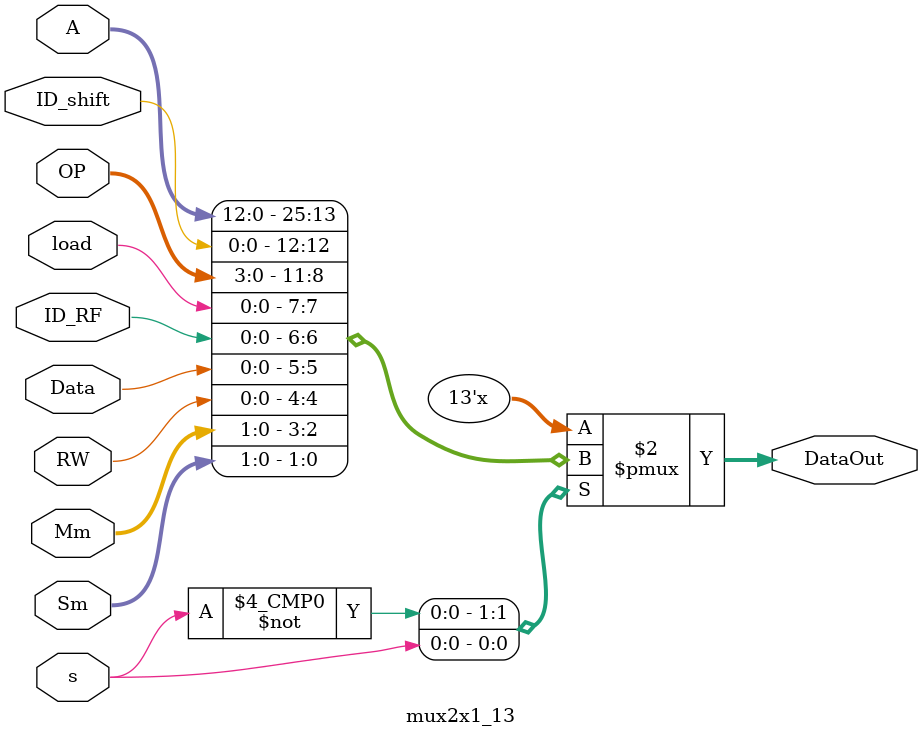
<source format=v>
module mux2x1_13 (output reg [12:0] DataOut, input s,  input [12:0] A, input[3:0] OP, input[1:0] Sm, Mm, input ID_shift, load, ID_RF, Data, RW);
    always @(s, A, OP, Sm, Mm, ID_shift, load, ID_RF, Data, RW)
        case(s)
            1'b0:  DataOut = A;
            1'b1:  DataOut = {ID_shift,OP,load, ID_RF, Data, RW, Mm, Sm};
        endcase
endmodule
</source>
